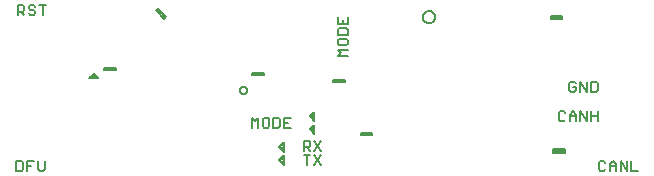
<source format=gto>
G75*
%MOIN*%
%OFA0B0*%
%FSLAX24Y24*%
%IPPOS*%
%LPD*%
%AMOC8*
5,1,8,0,0,1.08239X$1,22.5*
%
%ADD10C,0.0060*%
%ADD11C,0.0079*%
D10*
X007787Y001724D02*
X007954Y001724D01*
X008010Y001780D01*
X008010Y002003D01*
X007954Y002058D01*
X007787Y002058D01*
X007787Y001724D01*
X008150Y001724D02*
X008150Y002058D01*
X008373Y002058D01*
X008513Y002058D02*
X008513Y001780D01*
X008568Y001724D01*
X008680Y001724D01*
X008735Y001780D01*
X008735Y002058D01*
X008261Y001891D02*
X008150Y001891D01*
X015626Y003165D02*
X015626Y003499D01*
X015737Y003388D01*
X015849Y003499D01*
X015849Y003165D01*
X015989Y003221D02*
X016044Y003165D01*
X016156Y003165D01*
X016211Y003221D01*
X016211Y003444D01*
X016156Y003499D01*
X016044Y003499D01*
X015989Y003444D01*
X015989Y003221D01*
X016351Y003165D02*
X016518Y003165D01*
X016574Y003221D01*
X016574Y003444D01*
X016518Y003499D01*
X016351Y003499D01*
X016351Y003165D01*
X016714Y003165D02*
X016936Y003165D01*
X016825Y003332D02*
X016714Y003332D01*
X016714Y003499D02*
X016714Y003165D01*
X016714Y003499D02*
X016936Y003499D01*
X017354Y002728D02*
X017521Y002728D01*
X017577Y002672D01*
X017577Y002561D01*
X017521Y002505D01*
X017354Y002505D01*
X017354Y002394D02*
X017354Y002728D01*
X017717Y002728D02*
X017940Y002394D01*
X017940Y002255D02*
X017717Y001921D01*
X017940Y001921D02*
X017717Y002255D01*
X017717Y002394D02*
X017940Y002728D01*
X017577Y002394D02*
X017466Y002505D01*
X017466Y002255D02*
X017466Y001921D01*
X017577Y002255D02*
X017354Y002255D01*
X025858Y003434D02*
X025914Y003378D01*
X026025Y003378D01*
X026081Y003434D01*
X026221Y003378D02*
X026221Y003601D01*
X026332Y003712D01*
X026444Y003601D01*
X026444Y003378D01*
X026583Y003378D02*
X026583Y003712D01*
X026806Y003378D01*
X026806Y003712D01*
X026946Y003712D02*
X026946Y003378D01*
X027169Y003378D02*
X027169Y003712D01*
X027169Y003545D02*
X026946Y003545D01*
X026444Y003545D02*
X026221Y003545D01*
X026081Y003656D02*
X026025Y003712D01*
X025914Y003712D01*
X025858Y003656D01*
X025858Y003434D01*
X026268Y004362D02*
X026380Y004362D01*
X026435Y004418D01*
X026435Y004529D01*
X026324Y004529D01*
X026213Y004418D02*
X026268Y004362D01*
X026213Y004418D02*
X026213Y004641D01*
X026268Y004696D01*
X026380Y004696D01*
X026435Y004641D01*
X026575Y004696D02*
X026798Y004362D01*
X026798Y004696D01*
X026938Y004696D02*
X027105Y004696D01*
X027160Y004641D01*
X027160Y004418D01*
X027105Y004362D01*
X026938Y004362D01*
X026938Y004696D01*
X026575Y004696D02*
X026575Y004362D01*
X018830Y005543D02*
X018496Y005543D01*
X018607Y005655D01*
X018496Y005766D01*
X018830Y005766D01*
X018774Y005906D02*
X018552Y005906D01*
X018496Y005962D01*
X018496Y006073D01*
X018552Y006129D01*
X018774Y006129D01*
X018830Y006073D01*
X018830Y005962D01*
X018774Y005906D01*
X018830Y006268D02*
X018496Y006268D01*
X018496Y006435D01*
X018552Y006491D01*
X018774Y006491D01*
X018830Y006435D01*
X018830Y006268D01*
X018830Y006631D02*
X018496Y006631D01*
X018496Y006854D01*
X018663Y006742D02*
X018663Y006631D01*
X018830Y006631D02*
X018830Y006854D01*
X008775Y007255D02*
X008552Y007255D01*
X008663Y007255D02*
X008663Y006921D01*
X008412Y006977D02*
X008356Y006921D01*
X008245Y006921D01*
X008189Y006977D01*
X008050Y006921D02*
X007938Y007033D01*
X007994Y007033D02*
X007827Y007033D01*
X007827Y006921D02*
X007827Y007255D01*
X007994Y007255D01*
X008050Y007200D01*
X008050Y007088D01*
X007994Y007033D01*
X008189Y007144D02*
X008245Y007088D01*
X008356Y007088D01*
X008412Y007033D01*
X008412Y006977D01*
X008189Y007144D02*
X008189Y007200D01*
X008245Y007255D01*
X008356Y007255D01*
X008412Y007200D01*
X027197Y002003D02*
X027197Y001780D01*
X027253Y001724D01*
X027364Y001724D01*
X027420Y001780D01*
X027559Y001724D02*
X027559Y001947D01*
X027671Y002058D01*
X027782Y001947D01*
X027782Y001724D01*
X027922Y001724D02*
X027922Y002058D01*
X028145Y001724D01*
X028145Y002058D01*
X028284Y002058D02*
X028284Y001724D01*
X028507Y001724D01*
X027782Y001891D02*
X027559Y001891D01*
X027420Y002003D02*
X027364Y002058D01*
X027253Y002058D01*
X027197Y002003D01*
D11*
X026065Y002324D02*
X026065Y002443D01*
X025671Y002443D01*
X025671Y002324D01*
X026065Y002324D01*
X026065Y002346D02*
X025671Y002346D01*
X025671Y002423D02*
X026065Y002423D01*
X019647Y002915D02*
X019254Y002915D01*
X019254Y002994D01*
X019647Y002994D01*
X019647Y002915D01*
X019647Y002964D02*
X019254Y002964D01*
X017718Y002964D02*
X017709Y002964D01*
X017718Y002954D02*
X017561Y003112D01*
X017718Y003269D01*
X017718Y002954D01*
X017718Y003041D02*
X017631Y003041D01*
X017567Y003118D02*
X017718Y003118D01*
X017718Y003195D02*
X017644Y003195D01*
X017718Y003387D02*
X017561Y003545D01*
X017718Y003702D01*
X017718Y003387D01*
X017718Y003427D02*
X017678Y003427D01*
X017718Y003504D02*
X017601Y003504D01*
X017597Y003582D02*
X017718Y003582D01*
X017718Y003659D02*
X017675Y003659D01*
X015232Y004411D02*
X015234Y004433D01*
X015239Y004453D01*
X015249Y004473D01*
X015261Y004491D01*
X015276Y004506D01*
X015294Y004518D01*
X015314Y004528D01*
X015334Y004533D01*
X015356Y004535D01*
X015378Y004533D01*
X015398Y004528D01*
X015418Y004518D01*
X015436Y004506D01*
X015451Y004491D01*
X015463Y004473D01*
X015473Y004453D01*
X015478Y004433D01*
X015480Y004411D01*
X015478Y004389D01*
X015473Y004369D01*
X015463Y004349D01*
X015451Y004331D01*
X015436Y004316D01*
X015418Y004304D01*
X015398Y004294D01*
X015378Y004289D01*
X015356Y004287D01*
X015334Y004289D01*
X015314Y004294D01*
X015294Y004304D01*
X015276Y004316D01*
X015261Y004331D01*
X015249Y004349D01*
X015239Y004369D01*
X015234Y004389D01*
X015232Y004411D01*
X015631Y004923D02*
X015631Y005002D01*
X016025Y005002D01*
X016025Y004923D01*
X015631Y004923D01*
X015631Y004972D02*
X016025Y004972D01*
X018348Y004765D02*
X018348Y004687D01*
X018742Y004687D01*
X018742Y004765D01*
X018348Y004765D01*
X018348Y004740D02*
X018742Y004740D01*
X016694Y002679D02*
X016537Y002521D01*
X016694Y002364D01*
X016694Y002679D01*
X016694Y002655D02*
X016670Y002655D01*
X016694Y002578D02*
X016593Y002578D01*
X016558Y002500D02*
X016694Y002500D01*
X016694Y002423D02*
X016635Y002423D01*
X016694Y002246D02*
X016537Y002088D01*
X016694Y001931D01*
X016694Y002246D01*
X016694Y002191D02*
X016640Y002191D01*
X016694Y002114D02*
X016563Y002114D01*
X016588Y002037D02*
X016694Y002037D01*
X016694Y001960D02*
X016666Y001960D01*
X010513Y004805D02*
X010198Y004805D01*
X010356Y004962D01*
X010513Y004805D01*
X010501Y004817D02*
X010211Y004817D01*
X010288Y004895D02*
X010423Y004895D01*
X010710Y005080D02*
X010710Y005159D01*
X011104Y005159D01*
X011104Y005080D01*
X010710Y005080D01*
X010710Y005126D02*
X011104Y005126D01*
X012716Y006798D02*
X012772Y006854D01*
X012493Y007132D01*
X012438Y007077D01*
X012716Y006798D01*
X012689Y006826D02*
X012744Y006826D01*
X012723Y006903D02*
X012611Y006903D01*
X012646Y006980D02*
X012534Y006980D01*
X012568Y007057D02*
X012457Y007057D01*
X021336Y006852D02*
X021338Y006880D01*
X021344Y006907D01*
X021353Y006934D01*
X021367Y006959D01*
X021383Y006981D01*
X021403Y007001D01*
X021425Y007019D01*
X021449Y007033D01*
X021475Y007043D01*
X021502Y007050D01*
X021530Y007053D01*
X021558Y007052D01*
X021586Y007047D01*
X021612Y007038D01*
X021637Y007026D01*
X021661Y007010D01*
X021682Y006992D01*
X021700Y006970D01*
X021714Y006946D01*
X021726Y006921D01*
X021734Y006894D01*
X021738Y006866D01*
X021738Y006838D01*
X021734Y006810D01*
X021726Y006783D01*
X021714Y006758D01*
X021700Y006734D01*
X021682Y006712D01*
X021661Y006694D01*
X021638Y006678D01*
X021612Y006666D01*
X021586Y006657D01*
X021558Y006652D01*
X021530Y006651D01*
X021502Y006654D01*
X021475Y006661D01*
X021449Y006671D01*
X021425Y006685D01*
X021403Y006703D01*
X021383Y006723D01*
X021367Y006745D01*
X021353Y006770D01*
X021344Y006797D01*
X021338Y006824D01*
X021336Y006852D01*
X025592Y006826D02*
X025986Y006826D01*
X025986Y006773D02*
X025592Y006773D01*
X025592Y006891D01*
X025986Y006891D01*
X025986Y006773D01*
M02*

</source>
